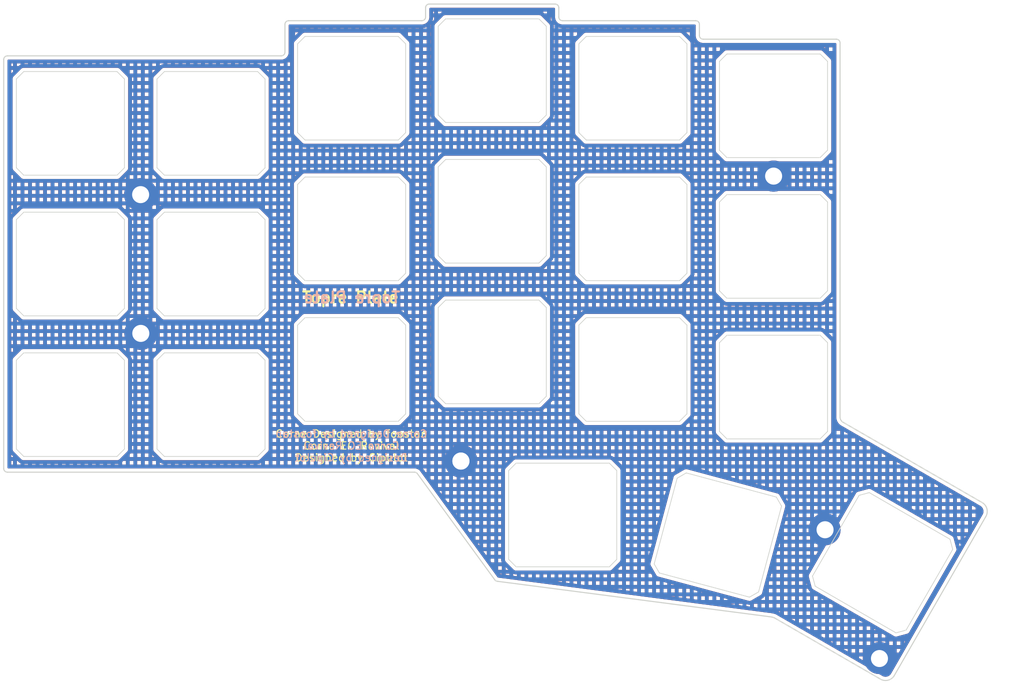
<source format=kicad_pcb>
(kicad_pcb (version 20211014) (generator pcbnew)
  (title_block (title "Corne EC Revival | NIZ Plate") (date "2022-01-28") (rev "1.0") (comment 1 "Copyright © 2024 Cipulot") (comment 2 "CC-BY-NC-SA-4.0"))
  (layers (0 "F.Cu" signal) (31 "B.Cu" signal) (34 "B.Paste" user) (35 "F.Paste" user) (36 "B.SilkS" user "B.Silkscreen") (37 "F.SilkS" user "F.Silkscreen") (38 "B.Mask" user) (39 "F.Mask" user) (44 "Edge.Cuts" user))
  (net 0 "")
  (net 1 "GNDA")
  (footprint "kbd:M2_Hole_TH" (layer "F.Cu") (at 105.665 71.7)
    (fp_text reference "" (at 0 -3.2) (layer "F.SilkS"))
    (fp_text value "")
    (pad "" thru_hole circle locked (at 0 0) (size 4.2 4.2) (drill 2.3) (layers *.Cu *.Mask) (net 1 "GNDA"))
  )
  (footprint "kbd:M2_Hole_TH" (layer "F.Cu") (at 191.1886 69.2)
    (fp_text reference "" (at 0 -3.2) (layer "F.SilkS"))
    (fp_text value "")
    (pad "" thru_hole circle locked (at 0 0) (size 4.2 4.2) (drill 2.3) (layers *.Cu *.Mask) (net 1 "GNDA"))
  )
  (footprint "kbd:M2_Hole_TH" (layer "F.Cu") (at 198.14 116.9788)
    (fp_text reference "" (at 0 -3.2) (layer "F.SilkS"))
    (fp_text value "")
    (pad "" thru_hole circle locked (at 0 0) (size 4.2 4.2) (drill 2.3) (layers *.Cu *.Mask) (net 1 "GNDA"))
  )
  (footprint "kbd:M2_Hole_TH" (layer "F.Cu") (at 105.6886 90.45)
    (fp_text reference "" (at 0 -3.2) (layer "F.SilkS"))
    (fp_text value "")
    (pad "" thru_hole circle locked (at 0 0) (size 4.2 4.2) (drill 2.3) (layers *.Cu *.Mask) (net 1 "GNDA"))
  )
  (footprint "kbd:M2_Hole_TH" (layer "F.Cu") (at 205.49 134.3788)
    (fp_text reference "" (at 0 -3.2) (layer "F.SilkS"))
    (fp_text value "")
    (pad "" thru_hole circle locked (at 0 0) (size 4.2 4.2) (drill 2.3) (layers *.Cu *.Mask) (net 1 "GNDA"))
  )
  (footprint "kbd:M2_Hole_TH" (layer "F.Cu") (at 148.9386 107.7)
    (fp_text reference "" (at 0 -3.2) (layer "F.SilkS"))
    (fp_text value "")
    (pad "" thru_hole circle locked (at 0 0) (size 4.2 4.2) (drill 2.3) (layers *.Cu *.Mask) (net 1 "GNDA"))
  )
  (footprint "kbd:M2_Hole_TH" (layer "F.Cu") (at 148.9386 107.7)
    (fp_text reference "" (at 0 -3.2) (layer "F.SilkS"))
    (fp_text value "")
    (pad "" thru_hole circle locked (at 0 0) (size 4.2 4.2) (drill 2.3) (layers *.Cu *.Mask) (net 1 "GNDA"))
  )
  (gr_line (start 168.995 107.985) (end 156.395 107.985) (layer "Edge.Cuts") (width 0.1))
  (gr_line (start 179.475 63.325) (end 179.475 51.325) (layer "Edge.Cuts") (width 0.1))
  (gr_line (start 159.475 99.95) (end 160.475 98.95) (layer "Edge.Cuts") (width 0.1))
  (gr_line (start 198.475 72.7) (end 197.475 71.7) (layer "Edge.Cuts") (width 0.1))
  (gr_line (start 197.475 85.7) (end 198.475 84.7) (layer "Edge.Cuts") (width 0.1))
  (gr_line (start 102.475 55.075) (end 89.875 55.075) (layer "Edge.Cuts") (width 0.1))
  (gr_line (start 121.475 93.075) (end 108.875 93.075) (layer "Edge.Cuts") (width 0.1))
  (gr_arc (start 144.165 46.45) (mid 144.311447 46.096447) (end 144.665 45.95) (layer "Edge.Cuts") (width 0.15))
  (gr_line (start 169.995 120.985) (end 169.995 108.985) (layer "Edge.Cuts") (width 0.1))
  (gr_line (start 178.475 88.325) (end 165.875 88.325) (layer "Edge.Cuts") (width 0.1))
  (gr_line (start 140.475 102.325) (end 141.475 101.325) (layer "Edge.Cuts") (width 0.1))
  (gr_line (start 169.995 108.985) (end 168.995 107.985) (layer "Edge.Cuts") (width 0.1))
  (gr_line (start 175.759934 122.82492) (end 187.930599 126.08604) (layer "Edge.Cuts") (width 0.1))
  (gr_line (start 107.875 106.075) (end 108.875 107.075) (layer "Edge.Cuts") (width 0.1))
  (gr_line (start 197.475 104.7) (end 198.475 103.7) (layer "Edge.Cuts") (width 0.1))
  (gr_line (start 88.875 75.075) (end 88.875 87.075) (layer "Edge.Cuts") (width 0.1))
  (gr_line (start 145.875 79.95) (end 146.875 80.95) (layer "Edge.Cuts") (width 0.1))
  (gr_arc (start 200.515 102.425) (mid 200.261093 102.13374) (end 200.162282 101.760192) (layer "Edge.Cuts") (width 0.15))
  (gr_line (start 121.475 74.075) (end 108.875 74.075) (layer "Edge.Cuts") (width 0.1))
  (gr_line (start 198.475 91.7) (end 197.475 90.7) (layer "Edge.Cuts") (width 0.1))
  (gr_line (start 165.875 83.325) (end 178.475 83.325) (layer "Edge.Cuts") (width 0.1))
  (gr_arc (start 125.165 52.45) (mid 125.018553 52.803553) (end 124.665 52.95) (layer "Edge.Cuts") (width 0.15))
  (gr_arc (start 87.665 109.2) (mid 87.311447 109.053553) (end 87.165 108.7) (layer "Edge.Cuts") (width 0.15))
  (gr_line (start 89.875 69.075) (end 102.475 69.075) (layer "Edge.Cuts") (width 0.1))
  (gr_line (start 108.875 93.075) (end 107.875 94.075) (layer "Edge.Cuts") (width 0.1))
  (gr_line (start 127.875 88.325) (end 126.875 89.325) (layer "Edge.Cuts") (width 0.1))
  (gr_line (start 164.875 82.325) (end 165.875 83.325) (layer "Edge.Cuts") (width 0.1))
  (gr_line (start 141.475 70.325) (end 140.475 69.325) (layer "Edge.Cuts") (width 0.1))
  (gr_line (start 219.435509 113.346988) (end 200.515 102.425) (layer "Edge.Cuts") (width 0.15))
  (gr_line (start 160.475 60.95) (end 160.475 48.95) (layer "Edge.Cuts") (width 0.1))
  (gr_line (start 127.875 69.325) (end 126.875 70.325) (layer "Edge.Cuts") (width 0.1))
  (gr_line (start 122.475 87.075) (end 122.475 75.075) (layer "Edge.Cuts") (width 0.1))
  (gr_line (start 126.875 51.325) (end 126.875 63.325) (layer "Edge.Cuts") (width 0.1))
  (gr_line (start 140.475 64.325) (end 141.475 63.325) (layer "Edge.Cuts") (width 0.1))
  (gr_line (start 122.475 75.075) (end 121.475 74.075) (layer "Edge.Cuts") (width 0.1))
  (gr_line (start 142.665 109.2) (end 87.665 109.2) (layer "Edge.Cuts") (width 0.15))
  (gr_line (start 140.475 69.325) (end 127.875 69.325) (layer "Edge.Cuts") (width 0.1))
  (gr_line (start 156.395 121.985) (end 168.995 121.985) (layer "Edge.Cuts") (width 0.1))
  (gr_arc (start 144.165 47.7) (mid 144.018553 48.053553) (end 143.665 48.2) (layer "Edge.Cuts") (width 0.15))
  (gr_line (start 145.875 67.95) (end 145.875 79.95) (layer "Edge.Cuts") (width 0.1))
  (gr_line (start 140.475 88.325) (end 127.875 88.325) (layer "Edge.Cuts") (width 0.1))
  (gr_line (start 191.554066 112.563078) (end 179.383401 109.301958) (layer "Edge.Cuts") (width 0.1))
  (gr_line (start 183.875 91.7) (end 183.875 103.7) (layer "Edge.Cuts") (width 0.1))
  (gr_line (start 102.475 107.075) (end 103.475 106.075) (layer "Edge.Cuts") (width 0.1))
  (gr_arc (start 162.665 48.2) (mid 162.311447 48.053553) (end 162.165 47.7) (layer "Edge.Cuts") (width 0.15))
  (gr_line (start 207.72096 130.906985) (end 209.086985 130.54096) (layer "Edge.Cuts") (width 0.1))
  (gr_line (start 159.475 85.95) (end 146.875 85.95) (layer "Edge.Cuts") (width 0.1))
  (gr_line (start 198.475 103.7) (end 198.475 91.7) (layer "Edge.Cuts") (width 0.1))
  (gr_line (start 184.875 71.7) (end 183.875 72.7) (layer "Edge.Cuts") (width 0.1))
  (gr_line (start 107.875 87.075) (end 108.875 88.075) (layer "Edge.Cuts") (width 0.1))
  (gr_line (start 165.875 102.325) (end 178.475 102.325) (layer "Edge.Cuts") (width 0.1))
  (gr_line (start 215.386985 119.62904) (end 209.086985 130.54096) (layer "Edge.Cuts") (width 0.1))
  (gr_line (start 108.875 107.075) (end 121.475 107.075) (layer "Edge.Cuts") (width 0.1))
  (gr_arc (start 161.665 45.95) (mid 162.018553 46.096447) (end 162.165 46.45) (layer "Edge.Cuts") (width 0.15))
  (gr_line (start 164.875 89.325) (end 164.875 101.325) (layer "Edge.Cuts") (width 0.1))
  (gr_line (start 126.875 82.325) (end 127.875 83.325) (layer "Edge.Cuts") (width 0.1))
  (gr_line (start 141.475 101.325) (end 141.475 89.325) (layer "Edge.Cuts") (width 0.1))
  (gr_line (start 153.915 123.95) (end 190.585556 128.720344) (layer "Edge.Cuts") (width 0.15))
  (gr_line (start 140.475 50.325) (end 127.875 50.325) (layer "Edge.Cuts") (width 0.1))
  (gr_line (start 189.155344 125.378933) (end 192.261173 113.787823) (layer "Edge.Cuts") (width 0.1))
  (gr_line (start 160.475 86.95) (end 159.475 85.95) (layer "Edge.Cuts") (width 0.1))
  (gr_line (start 204.10904 111.963015) (end 202.743015 112.32904) (layer "Edge.Cuts") (width 0.1))
  (gr_line (start 165.875 69.325) (end 164.875 70.325) (layer "Edge.Cuts") (width 0.1))
  (gr_line (start 178.475 69.325) (end 165.875 69.325) (layer "Edge.Cuts") (width 0.1))
  (gr_line (start 162.165 47.7) (end 162.165 46.45) (layer "Edge.Cuts") (width 0.15))
  (gr_line (start 155.395 108.985) (end 155.395 120.985) (layer "Edge.Cuts") (width 0.1))
  (gr_line (start 183.875 84.7) (end 184.875 85.7) (layer "Edge.Cuts") (width 0.1))
  (gr_line (start 146.875 85.95) (end 145.875 86.95) (layer "Edge.Cuts") (width 0.1))
  (gr_line (start 126.875 70.325) (end 126.875 82.325) (layer "Edge.Cuts") (width 0.1))
  (gr_line (start 141.475 82.325) (end 141.475 70.325) (layer "Edge.Cuts") (width 0.1))
  (gr_line (start 145.875 60.95) (end 146.875 61.95) (layer "Edge.Cuts") (width 0.1))
  (gr_line (start 89.875 107.075) (end 102.475 107.075) (layer "Edge.Cuts") (width 0.1))
  (gr_line (start 125.165 48.7) (end 125.165 52.45) (layer "Edge.Cuts") (width 0.15))
  (gr_line (start 178.158656 110.009065) (end 175.052827 121.600175) (layer "Edge.Cuts") (width 0.1))
  (gr_line (start 145.875 86.95) (end 145.875 98.95) (layer "Edge.Cuts") (width 0.1))
  (gr_line (start 165.875 64.325) (end 178.475 64.325) (layer "Edge.Cuts") (width 0.1))
  (gr_line (start 145.875 48.95) (end 145.875 60.95) (layer "Edge.Cuts") (width 0.1))
  (gr_line (start 165.875 88.325) (end 164.875 89.325) (layer "Edge.Cuts") (width 0.1))
  (gr_line (start 187.930599 126.08604) (end 189.155344 125.378933) (layer "Edge.Cuts") (width 0.1))
  (gr_line (start 121.475 88.075) (end 122.475 87.075) (layer "Edge.Cuts") (width 0.1))
  (gr_line (start 198.475 65.7) (end 198.475 53.7) (layer "Edge.Cuts") (width 0.1))
  (gr_line (start 179.383401 109.301958) (end 178.158656 110.009065) (layer "Edge.Cuts") (width 0.1))
  (gr_line (start 179.475 51.325) (end 178.475 50.325) (layer "Edge.Cuts") (width 0.1))
  (gr_line (start 146.875 47.95) (end 145.875 48.95) (layer "Edge.Cuts") (width 0.1))
  (gr_line (start 141.475 51.325) (end 140.475 50.325) (layer "Edge.Cuts") (width 0.1))
  (gr_line (start 160.475 67.95) (end 159.475 66.95) (layer "Edge.Cuts") (width 0.1))
  (gr_line (start 159.475 61.95) (end 160.475 60.95) (layer "Edge.Cuts") (width 0.1))
  (gr_line (start 88.875 106.075) (end 89.875 107.075) (layer "Edge.Cuts") (width 0.1))
  (gr_line (start 155.395 120.985) (end 156.395 121.985) (layer "Edge.Cuts") (width 0.1))
  (gr_line (start 159.475 66.95) (end 146.875 66.95) (layer "Edge.Cuts") (width 0.1))
  (gr_line (start 121.475 69.075) (end 122.475 68.075) (layer "Edge.Cuts") (width 0.1))
  (gr_line (start 164.875 101.325) (end 165.875 102.325) (layer "Edge.Cuts") (width 0.1))
  (gr_line (start 140.475 83.325) (end 141.475 82.325) (layer "Edge.Cuts") (width 0.1))
  (gr_line (start 127.875 64.325) (end 140.475 64.325) (layer "Edge.Cuts") (width 0.1))
  (gr_line (start 146.875 80.95) (end 159.475 80.95) (layer "Edge.Cuts") (width 0.1))
  (gr_line (start 191.24 128.85) (end 205.534251 137.110956) (layer "Edge.Cuts") (width 0.15))
  (gr_line (start 88.875 56.075) (end 88.875 68.075) (layer "Edge.Cuts") (width 0.1))
  (gr_line (start 107.875 75.075) (end 107.875 87.075) (layer "Edge.Cuts") (width 0.1))
  (gr_line (start 159.475 47.95) (end 146.875 47.95) (layer "Edge.Cuts") (width 0.1))
  (gr_line (start 156.395 107.985) (end 155.395 108.985) (layer "Edge.Cuts") (width 0.1))
  (gr_arc (start 180.665 48.2) (mid 181.018553 48.346447) (end 181.165 48.7) (layer "Edge.Cuts") (width 0.15))
  (gr_line (start 124.665 52.95) (end 87.665 52.95) (layer "Edge.Cuts") (width 0.15))
  (gr_line (start 103.475 56.075) (end 102.475 55.075) (layer "Edge.Cuts") (width 0.1))
  (gr_line (start 184.875 66.7) (end 197.475 66.7) (layer "Edge.Cuts") (width 0.1))
  (gr_line (start 108.875 74.075) (end 107.875 75.075) (layer "Edge.Cuts") (width 0.1))
  (gr_line (start 89.875 55.075) (end 88.875 56.075) (layer "Edge.Cuts") (width 0.1))
  (gr_line (start 141.475 63.325) (end 141.475 51.325) (layer "Edge.Cuts") (width 0.1))
  (gr_line (start 179.475 82.325) (end 179.475 70.325) (layer "Edge.Cuts") (width 0.1))
  (gr_line (start 102.475 74.075) (end 89.875 74.075) (layer "Edge.Cuts") (width 0.1))
  (gr_line (start 178.475 102.325) (end 179.475 101.325) (layer "Edge.Cuts") (width 0.1))
  (gr_line (start 160.475 48.95) (end 159.475 47.95) (layer "Edge.Cuts") (width 0.1))
  (gr_line (start 107.875 68.075) (end 108.875 69.075) (layer "Edge.Cuts") (width 0.1))
  (gr_arc (start 142.665 109.2) (mid 142.856342 109.23806) (end 143.018553 109.346447) (layer "Edge.Cuts") (width 0.15))
  (gr_line (start 184.875 52.7) (end 183.875 53.7) (layer "Edge.Cuts") (width 0.1))
  (gr_line (start 146.875 61.95) (end 159.475 61.95) (layer "Edge.Cuts") (width 0.1))
  (gr_line (start 179.475 70.325) (end 178.475 69.325) (layer "Edge.Cuts") (width 0.1))
  (gr_line (start 87.165 53.45) (end 87.165 108.7) (layer "Edge.Cuts") (width 0.15))
  (gr_line (start 89.875 74.075) (end 88.875 75.075) (layer "Edge.Cuts") (width 0.1))
  (gr_line (start 159.475 80.95) (end 160.475 79.95) (layer "Edge.Cuts") (width 0.1))
  (gr_line (start 122.475 56.075) (end 121.475 55.075) (layer "Edge.Cuts") (width 0.1))
  (gr_line (start 89.875 88.075) (end 102.475 88.075) (layer "Edge.Cuts") (width 0.1))
  (gr_line (start 192.261173 113.787823) (end 191.554066 112.563078) (layer "Edge.Cuts") (width 0.1))
  (gr_line (start 146.875 66.95) (end 145.875 67.95) (layer "Edge.Cuts") (width 0.1))
  (gr_line (start 184.875 104.7) (end 197.475 104.7) (layer "Edge.Cuts") (width 0.1))
  (gr_line (start 197.475 71.7) (end 184.875 71.7) (layer "Edge.Cuts") (width 0.1))
  (gr_line (start 121.475 55.075) (end 108.875 55.075) (layer "Edge.Cuts") (width 0.1))
  (gr_line (start 145.875 98.95) (end 146.875 99.95) (layer "Edge.Cuts") (width 0.1))
  (gr_line (start 196.80904 124.606985) (end 207.72096 130.906985) (layer "Edge.Cuts") (width 0.1))
  (gr_line (start 122.475 68.075) (end 122.475 56.075) (layer "Edge.Cuts") (width 0.1))
  (gr_line (start 102.475 93.075) (end 89.875 93.075) (layer "Edge.Cuts") (width 0.1))
  (gr_line (start 215.02096 118.263015) (end 204.10904 111.963015) (layer "Edge.Cuts") (width 0.1))
  (gr_arc (start 125.165 48.7) (mid 125.311447 48.346447) (end 125.665 48.2) (layer "Edge.Cuts") (width 0.15))
  (gr_line (start 178.475 50.325) (end 165.875 50.325) (layer "Edge.Cuts") (width 0.1))
  (gr_line (start 202.743015 112.32904) (end 196.443015 123.24096) (layer "Edge.Cuts") (width 0.1))
  (gr_line (start 108.875 69.075) (end 121.475 69.075) (layer "Edge.Cuts") (width 0.1))
  (gr_line (start 103.475 94.075) (end 102.475 93.075) (layer "Edge.Cuts") (width 0.1))
  (gr_line (start 146.875 99.95) (end 159.475 99.95) (layer "Edge.Cuts") (width 0.1))
  (gr_line (start 122.475 94.075) (end 121.475 93.075) (layer "Edge.Cuts") (width 0.1))
  (gr_arc (start 181.665 50.7) (mid 181.311447 50.553553) (end 181.165 50.2) (layer "Edge.Cuts") (width 0.15))
  (gr_line (start 198.475 53.7) (end 197.475 52.7) (layer "Edge.Cuts") (width 0.1))
  (gr_line (start 164.875 51.325) (end 164.875 63.325) (layer "Edge.Cuts") (width 0.1))
  (gr_line (start 143.665 48.2) (end 125.665 48.2) (layer "Edge.Cuts") (width 0.15))
  (gr_line (start 178.475 64.325) (end 179.475 63.325) (layer "Edge.Cuts") (width 0.1))
  (gr_line (start 184.875 90.7) (end 183.875 91.7) (layer "Edge.Cuts") (width 0.1))
  (gr_arc (start 207.462263 136.731465) (mid 206.577069 137.321617) (end 205.534251 137.110956) (layer "Edge.Cuts") (width 0.15))
  (gr_line (start 107.875 56.075) (end 107.875 68.075) (layer "Edge.Cuts") (width 0.1))
  (gr_line (start 200.165 51.2) (end 200.162282 101.760192) (layer "Edge.Cuts") (width 0.15))
  (gr_line (start 183.875 65.7) (end 184.875 66.7) (layer "Edge.Cuts") (width 0.1))
  (gr_line (start 183.875 72.7) (end 183.875 84.7) (layer "Edge.Cuts") (width 0.1))
  (gr_line (start 102.475 88.075) (end 103.475 87.075) (layer "Edge.Cuts") (width 0.1))
  (gr_line (start 103.475 106.075) (end 103.475 94.075) (layer "Edge.Cuts") (width 0.1))
  (gr_line (start 127.875 83.325) (end 140.475 83.325) (layer "Edge.Cuts") (width 0.1))
  (gr_line (start 102.475 69.075) (end 103.475 68.075) (layer "Edge.Cuts") (width 0.1))
  (gr_line (start 197.475 52.7) (end 184.875 52.7) (layer "Edge.Cuts") (width 0.1))
  (gr_line (start 127.875 102.325) (end 140.475 102.325) (layer "Edge.Cuts") (width 0.1))
  (gr_arc (start 190.585556 128.720344) (mid 190.915952 128.769149) (end 191.24 128.85) (layer "Edge.Cuts") (width 0.15))
  (gr_line (start 197.475 90.7) (end 184.875 90.7) (layer "Edge.Cuts") (width 0.1))
  (gr_line (start 88.875 68.075) (end 89.875 69.075) (layer "Edge.Cuts") (width 0.1))
  (gr_line (start 103.475 75.075) (end 102.475 74.075) (layer "Edge.Cuts") (width 0.1))
  (gr_line (start 121.475 107.075) (end 122.475 106.075) (layer "Edge.Cuts") (width 0.1))
  (gr_line (start 127.875 50.325) (end 126.875 51.325) (layer "Edge.Cuts") (width 0.1))
  (gr_arc (start 219.435509 113.346988) (mid 220.025661 114.232182) (end 219.815 115.275) (layer "Edge.Cuts") (width 0.15))
  (gr_arc (start 87.165 53.45) (mid 87.311447 53.096447) (end 87.665 52.95) (layer "Edge.Cuts") (width 0.15))
  (gr_line (start 108.875 88.075) (end 121.475 88.075) (layer "Edge.Cuts") (width 0.1))
  (gr_line (start 143.018553 109.346447) (end 153.561447 123.803553) (layer "Edge.Cuts") (width 0.15))
  (gr_line (start 160.475 79.95) (end 160.475 67.95) (layer "Edge.Cuts") (width 0.1))
  (gr_line (start 164.875 70.325) (end 164.875 82.325) (layer "Edge.Cuts") (width 0.1))
  (gr_line (start 180.665 48.2) (end 162.665 48.2) (layer "Edge.Cuts") (width 0.15))
  (gr_line (start 215.386985 119.62904) (end 215.02096 118.263015) (layer "Edge.Cuts") (width 0.1))
  (gr_line (start 126.875 101.325) (end 127.875 102.325) (layer "Edge.Cuts") (width 0.1))
  (gr_line (start 88.875 94.075) (end 88.875 106.075) (layer "Edge.Cuts") (width 0.1))
  (gr_line (start 183.875 53.7) (end 183.875 65.7) (layer "Edge.Cuts") (width 0.1))
  (gr_line (start 168.995 121.985) (end 169.995 120.985) (layer "Edge.Cuts") (width 0.1))
  (gr_arc (start 199.665 50.7) (mid 200.018553 50.846447) (end 200.165 51.2) (layer "Edge.Cuts") (width 0.15))
  (gr_line (start 197.475 66.7) (end 198.475 65.7) (layer "Edge.Cuts") (width 0.1))
  (gr_line (start 196.443015 123.24096) (end 196.80904 124.606985) (layer "Edge.Cuts") (width 0.1))
  (gr_line (start 122.475 106.075) (end 122.475 94.075) (layer "Edge.Cuts") (width 0.1))
  (gr_line (start 108.875 55.075) (end 107.875 56.075) (layer "Edge.Cuts") (width 0.1))
  (gr_line (start 107.875 94.075) (end 107.875 106.075) (layer "Edge.Cuts") (width 0.1))
  (gr_line (start 103.475 68.075) (end 103.475 56.075) (layer "Edge.Cuts") (width 0.1))
  (gr_line (start 198.475 84.7) (end 198.475 72.7) (layer "Edge.Cuts") (width 0.1))
  (gr_line (start 126.875 89.325) (end 126.875 101.325) (layer "Edge.Cuts") (width 0.1))
  (gr_line (start 103.475 87.075) (end 103.475 75.075) (layer "Edge.Cuts") (width 0.1))
  (gr_line (start 175.052827 121.600175) (end 175.759934 122.82492) (layer "Edge.Cuts") (width 0.1))
  (gr_line (start 183.875 103.7) (end 184.875 104.7) (layer "Edge.Cuts") (width 0.1))
  (gr_line (start 161.665 45.95) (end 144.665 45.95) (layer "Edge.Cuts") (width 0.15))
  (gr_line (start 184.875 85.7) (end 197.475 85.7) (layer "Edge.Cuts") (width 0.1))
  (gr_line (start 179.475 101.325) (end 179.475 89.325) (layer "Edge.Cuts") (width 0.1))
  (gr_line (start 88.875 87.075) (end 89.875 88.075) (layer "Edge.Cuts") (width 0.1))
  (gr_line (start 126.875 63.325) (end 127.875 64.325) (layer "Edge.Cuts") (width 0.1))
  (gr_line (start 160.475 98.95) (end 160.475 86.95) (layer "Edge.Cuts") (width 0.1))
  (gr_line (start 164.875 63.325) (end 165.875 64.325) (layer "Edge.Cuts") (width 0.1))
  (gr_line (start 178.475 83.325) (end 179.475 82.325) (layer "Edge.Cuts") (width 0.1))
  (gr_arc (start 153.915 123.95) (mid 153.723658 123.91194) (end 153.561447 123.803553) (layer "Edge.Cuts") (width 0.15))
  (gr_line (start 199.665 50.7) (end 181.665 50.7) (layer "Edge.Cuts") (width 0.15))
  (gr_line (start 181.165 50.2) (end 181.165 48.7) (layer "Edge.Cuts") (width 0.15))
  (gr_line (start 165.875 50.325) (end 164.875 51.325) (layer "Edge.Cuts") (width 0.1))
  (gr_line (start 141.475 89.325) (end 140.475 88.325) (layer "Edge.Cuts") (width 0.1))
  (gr_line (start 144.165 46.45) (end 144.165 47.7) (layer "Edge.Cuts") (width 0.15))
  (gr_line (start 179.475 89.325) (end 178.475 88.325) (layer "Edge.Cuts") (width 0.1))
  (gr_line (start 207.462263 136.731465) (end 219.815 115.275) (layer "Edge.Cuts") (width 0.15))
  (gr_line (start 89.875 93.075) (end 88.875 94.075) (layer "Edge.Cuts") (width 0.1))
  (gr_text "Corne Designed by foostan\nCorne EC Revival\nDesigned by Cipulot" (at 134.14 105.6288) (layer "B.SilkS") (effects (font (size 1 1)) (justify mirror)))
  (gr_text "Topre Plate" (at 134.2 85.6) (layer "B.SilkS") (effects (font (size 1.5 1.5) (thickness 0.3)) (justify mirror)))
  (gr_text "Corne Designed by foostan\nCorne EC Revival\nDesigned by Cipulot" (at 134.14 105.6288) (layer "F.SilkS") (effects (font (size 1 1))))
  (gr_text "Topre Plate" (at 134 85.6) (layer "F.SilkS") (effects (font (size 1.5 1.5) (thickness 0.3))))
  (zone (net 1) (net_name "GNDA") (layers F&B.Cu) (connect_pads yes (clearance 0.508)) (min_thickness 0.254) (fill yes (mode hatch) (thermal_gap 0.508) (thermal_bridge_width 0.508) (hatch_thickness 0.508) (hatch_gap 0.508) (hatch_orientation 0) (hatch_border_algorithm hatch_thickness) (hatch_min_hole_area 0.3))
    (polygon (pts (xy 162.715 47.8038) (xy 181.74 47.8038) (xy 181.74 50.1538) (xy 200.715 50.1538) (xy 200.715 101.6288) (xy 221.265 113.5788) (xy 206.89 138.4038) (xy 191.04 129.2288) (xy 153.49 124.3538) (xy 142.815 109.5788) (xy 86.665 109.5788) (xy 86.665 52.5288) (xy 124.665 52.5288) (xy 124.665 47.7788) (xy 143.665 47.7788) (xy 143.665 45.4038) (xy 162.715 45.4038)))
  )
)
</source>
